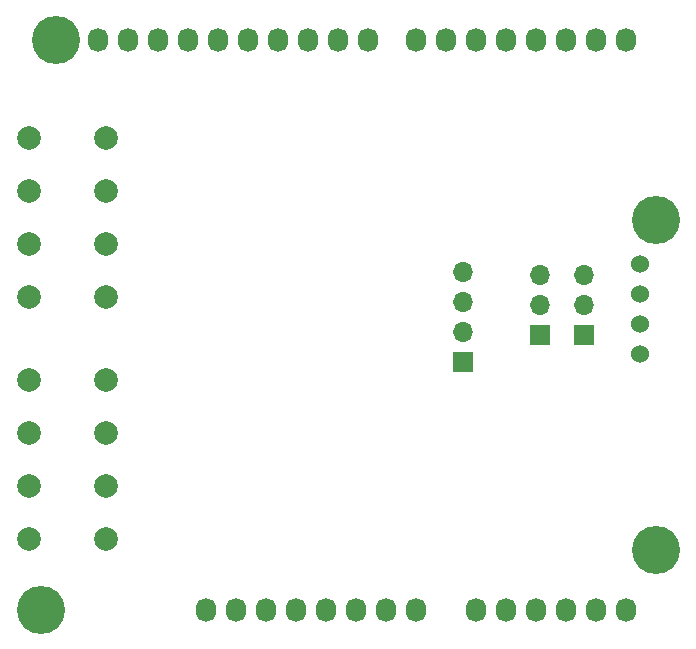
<source format=gbr>
%TF.GenerationSoftware,KiCad,Pcbnew,(5.1.9-0-10_14)*%
%TF.CreationDate,2021-08-16T13:27:39+08:00*%
%TF.ProjectId,arduino_oled_sonic,61726475-696e-46f5-9f6f-6c65645f736f,rev?*%
%TF.SameCoordinates,Original*%
%TF.FileFunction,Soldermask,Bot*%
%TF.FilePolarity,Negative*%
%FSLAX46Y46*%
G04 Gerber Fmt 4.6, Leading zero omitted, Abs format (unit mm)*
G04 Created by KiCad (PCBNEW (5.1.9-0-10_14)) date 2021-08-16 13:27:39*
%MOMM*%
%LPD*%
G01*
G04 APERTURE LIST*
%ADD10O,1.700000X1.700000*%
%ADD11R,1.700000X1.700000*%
%ADD12C,2.000000*%
%ADD13C,1.530000*%
%ADD14O,1.727200X2.032000*%
%ADD15C,4.064000*%
G04 APERTURE END LIST*
D10*
%TO.C,J3*%
X167248000Y-95535000D03*
X167248000Y-98075000D03*
D11*
X167248000Y-100615000D03*
%TD*%
D10*
%TO.C,J2*%
X170998000Y-95535000D03*
X170998000Y-98075000D03*
D11*
X170998000Y-100615000D03*
%TD*%
D12*
%TO.C,SW4*%
X130498000Y-113365000D03*
X130498000Y-117865000D03*
X123998000Y-113365000D03*
X123998000Y-117865000D03*
%TD*%
%TO.C,SW3*%
X130498000Y-104365000D03*
X130498000Y-108865000D03*
X123998000Y-104365000D03*
X123998000Y-108865000D03*
%TD*%
%TO.C,SW2*%
X130498000Y-92865000D03*
X130498000Y-97365000D03*
X123998000Y-92865000D03*
X123998000Y-97365000D03*
%TD*%
%TO.C,SW1*%
X130498000Y-83865000D03*
X130498000Y-88365000D03*
X123998000Y-83865000D03*
X123998000Y-88365000D03*
%TD*%
D10*
%TO.C,J1*%
X160748000Y-95245000D03*
X160748000Y-97785000D03*
X160748000Y-100325000D03*
D11*
X160748000Y-102865000D03*
%TD*%
D13*
%TO.C,U1*%
X175748000Y-99635000D03*
X175748000Y-97095000D03*
X175748000Y-94555000D03*
X175748000Y-102175000D03*
%TD*%
D14*
%TO.C,P1*%
X138938000Y-123825000D03*
X141478000Y-123825000D03*
X144018000Y-123825000D03*
X146558000Y-123825000D03*
X149098000Y-123825000D03*
X151638000Y-123825000D03*
X154178000Y-123825000D03*
X156718000Y-123825000D03*
%TD*%
%TO.C,P2*%
X161798000Y-123825000D03*
X164338000Y-123825000D03*
X166878000Y-123825000D03*
X169418000Y-123825000D03*
X171958000Y-123825000D03*
X174498000Y-123825000D03*
%TD*%
%TO.C,P3*%
X129794000Y-75565000D03*
X132334000Y-75565000D03*
X134874000Y-75565000D03*
X137414000Y-75565000D03*
X139954000Y-75565000D03*
X142494000Y-75565000D03*
X145034000Y-75565000D03*
X147574000Y-75565000D03*
X150114000Y-75565000D03*
X152654000Y-75565000D03*
%TD*%
%TO.C,P4*%
X156718000Y-75565000D03*
X159258000Y-75565000D03*
X161798000Y-75565000D03*
X164338000Y-75565000D03*
X166878000Y-75565000D03*
X169418000Y-75565000D03*
X171958000Y-75565000D03*
X174498000Y-75565000D03*
%TD*%
D15*
%TO.C,P5*%
X124968000Y-123825000D03*
%TD*%
%TO.C,P6*%
X177038000Y-118745000D03*
%TD*%
%TO.C,P7*%
X126238000Y-75565000D03*
%TD*%
%TO.C,P8*%
X177038000Y-90805000D03*
%TD*%
M02*

</source>
